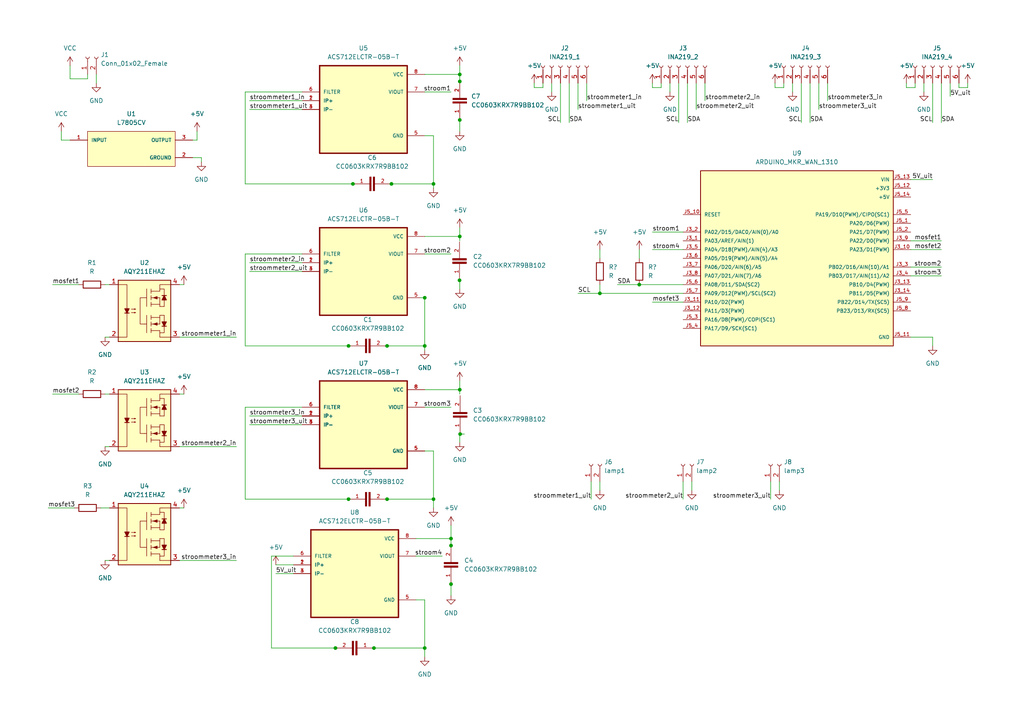
<source format=kicad_sch>
(kicad_sch (version 20211123) (generator eeschema)
  (paper "A4")
  (lib_symbols
    (symbol "ACS712ELCTR-05B-T:ACS712ELCTR-05B-T" (pin_names (offset 1.016))
      (property "Reference" "U" (at -12.7 13.7 0))
      (property "Value" "ACS712ELCTR-05B-T" (at -12.7 -16.7 0))
      (symbol "ACS712ELCTR-05B-T_0_0"
        (rectangle (start -12.7 -12.7) (end 12.7 12.7) (stroke (width 0.41)) (fill (type background)))
        (pin input line (at -17.78 2.54 0) (length 5.08) (name "IP+") (number "1"))
        (pin input line (at -17.78 2.54 0) (length 5.08) (name "IP+") (number "2"))
        (pin input line (at -17.78 0 0) (length 5.08) (name "IP-") (number "3"))
        (pin input line (at -17.78 0 0) (length 5.08) (name "IP-") (number "4"))
        (pin power_in line (at 17.78 -7.62 180) (length 5.08) (name "GND") (number "5"))
        (pin input line (at -17.78 5.08 0) (length 5.08) (name "FILTER") (number "6"))
        (pin output line (at 17.78 5.08 180) (length 5.08) (name "VIOUT") (number "7"))
        (pin power_in line (at 17.78 10.16 180) (length 5.08) (name "VCC") (number "8"))
      )
    )
    (symbol "ARDUINO_MKR_WAN_1310:ARDUINO_MKR_WAN_1310" (pin_names (offset 1.016))
      (property "Reference" "U" (at -27.94 27.94 0))
      (property "Value" "ARDUINO_MKR_WAN_1310" (at -27.94 -27.94 0))
      (symbol "ARDUINO_MKR_WAN_1310_0_0"
        (rectangle (start -27.94 -25.4) (end 27.94 25.4) (stroke (width 0.254)) (fill (type background)))
        (pin bidirectional line (at -33.02 5.08 0) (length 5.08) (name "PA03/AREF/AIN(1)") (number "J3_1"))
        (pin bidirectional line (at 33.02 2.54 180) (length 5.08) (name "PA23/D1(PWM)") (number "J3_10"))
        (pin bidirectional line (at -33.02 -12.7 0) (length 5.08) (name "PA10/D2(PWM)") (number "J3_11"))
        (pin bidirectional line (at -33.02 -15.24 0) (length 5.08) (name "PA11/D3(PWM)") (number "J3_12"))
        (pin bidirectional line (at 33.02 -7.62 180) (length 5.08) (name "PB10/D4(PWM)") (number "J3_13"))
        (pin bidirectional line (at 33.02 -10.16 180) (length 5.08) (name "PB11/D5(PWM)") (number "J3_14"))
        (pin bidirectional line (at -33.02 7.62 0) (length 5.08) (name "PA02/D15/DAC0/AIN(0)/A0") (number "J3_2"))
        (pin bidirectional line (at 33.02 -2.54 180) (length 5.08) (name "PB02/D16/AIN(10)/A1") (number "J3_3"))
        (pin bidirectional line (at 33.02 -5.08 180) (length 5.08) (name "PB03/D17/AIN(11)/A2") (number "J3_4"))
        (pin bidirectional line (at -33.02 2.54 0) (length 5.08) (name "PA04/D18(PWM)/AIN(4)/A3") (number "J3_5"))
        (pin bidirectional line (at -33.02 0 0) (length 5.08) (name "PA05/D19(PWM)/AIN(5)/A4") (number "J3_6"))
        (pin bidirectional line (at -33.02 -2.54 0) (length 5.08) (name "PA06/D20/AIN(6)/A5") (number "J3_7"))
        (pin bidirectional line (at -33.02 -5.08 0) (length 5.08) (name "PA07/D21/AIN(7)/A6") (number "J3_8"))
        (pin bidirectional line (at 33.02 5.08 180) (length 5.08) (name "PA22/D0(PWM)") (number "J3_9"))
        (pin bidirectional line (at 33.02 10.16 180) (length 5.08) (name "PA20/D6(PWM)") (number "J5_1"))
        (pin input line (at -33.02 12.7 0) (length 5.08) (name "RESET") (number "J5_10"))
        (pin power_in line (at 33.02 -22.86 180) (length 5.08) (name "GND") (number "J5_11"))
        (pin power_in line (at 33.02 20.32 180) (length 5.08) (name "+3V3") (number "J5_12"))
        (pin power_in line (at 33.02 22.86 180) (length 5.08) (name "VIN") (number "J5_13"))
        (pin power_in line (at 33.02 17.78 180) (length 5.08) (name "+5V") (number "J5_14"))
        (pin bidirectional line (at 33.02 7.62 180) (length 5.08) (name "PA21/D7(PWM)") (number "J5_2"))
        (pin bidirectional line (at -33.02 -17.78 0) (length 5.08) (name "PA16/D8(PWM)/COPI(SC1)") (number "J5_3"))
        (pin bidirectional line (at -33.02 -20.32 0) (length 5.08) (name "PA17/D9/SCK(SC1)") (number "J5_4"))
        (pin bidirectional line (at 33.02 12.7 180) (length 5.08) (name "PA19/D10(PWM)/CIPO(SC1)") (number "J5_5"))
        (pin bidirectional line (at -33.02 -7.62 0) (length 5.08) (name "PA08/D11/SDA(SC2)") (number "J5_6"))
        (pin bidirectional line (at -33.02 -10.16 0) (length 5.08) (name "PA09/D12(PWM)/SCL(SC2)") (number "J5_7"))
        (pin bidirectional line (at 33.02 -15.24 180) (length 5.08) (name "PB23/D13/RX(SC5)") (number "J5_8"))
        (pin bidirectional line (at 33.02 -12.7 180) (length 5.08) (name "PB22/D14/TX(SC5)") (number "J5_9"))
      )
    )
    (symbol "CC0603KRX7R9BB102:CC0603KRX7R9BB102" (pin_names (offset 1.016))
      (property "Reference" "C" (at -4.0677 2.2881 0))
      (property "Value" "CC0603KRX7R9BB102" (at -4.0695 -4.0695 0))
      (symbol "CC0603KRX7R9BB102_0_0"
        (rectangle (start -0.7634 -2.0334) (end -0.2551 2.0331) (stroke (width 0.1)) (fill (type outline)))
        (rectangle (start 0.2539 -2.0321) (end 0.762 2.032) (stroke (width 0.1)) (fill (type outline)))
        (pin passive line (at -5.588 0 0) (length 5.08) (name "~") (number "1"))
        (pin passive line (at 5.588 0 180) (length 5.08) (name "~") (number "2"))
      )
    )
    (symbol "Connector:Conn_01x02_Female" (pin_names (offset 1.016) hide)
      (property "Reference" "J" (at 0 2.54 0))
      (property "Value" "Conn_01x02_Female" (at 0 -5.08 0))
      (symbol "Conn_01x02_Female_1_1"
        (arc (start 0 -2.032) (mid -0.508 -2.54) (end 0 -3.048) (stroke (width 0.1524)))
        (polyline (pts (xy -1.27 -2.54) (xy -0.508 -2.54)) (stroke (width 0.1524)))
        (polyline (pts (xy -1.27 0) (xy -0.508 0)) (stroke (width 0.1524)))
        (arc (start 0 0.508) (mid -0.508 0) (end 0 -0.508) (stroke (width 0.1524)))
        (pin passive line (at -5.08 0 0) (length 3.81) (name "Pin_1") (number "1"))
        (pin passive line (at -5.08 -2.54 0) (length 3.81) (name "Pin_2") (number "2"))
      )
    )
    (symbol "Connector:Conn_01x06_Female" (pin_names (offset 1.016) hide)
      (property "Reference" "J" (at 0 7.62 0))
      (property "Value" "Conn_01x06_Female" (at 0 -10.16 0))
      (symbol "Conn_01x06_Female_1_1"
        (arc (start 0 -7.112) (mid -0.508 -7.62) (end 0 -8.128) (stroke (width 0.1524)))
        (arc (start 0 -4.572) (mid -0.508 -5.08) (end 0 -5.588) (stroke (width 0.1524)))
        (arc (start 0 -2.032) (mid -0.508 -2.54) (end 0 -3.048) (stroke (width 0.1524)))
        (polyline (pts (xy -1.27 -7.62) (xy -0.508 -7.62)) (stroke (width 0.1524)))
        (polyline (pts (xy -1.27 -5.08) (xy -0.508 -5.08)) (stroke (width 0.1524)))
        (polyline (pts (xy -1.27 -2.54) (xy -0.508 -2.54)) (stroke (width 0.1524)))
        (polyline (pts (xy -1.27 0) (xy -0.508 0)) (stroke (width 0.1524)))
        (polyline (pts (xy -1.27 2.54) (xy -0.508 2.54)) (stroke (width 0.1524)))
        (polyline (pts (xy -1.27 5.08) (xy -0.508 5.08)) (stroke (width 0.1524)))
        (arc (start 0 0.508) (mid -0.508 0) (end 0 -0.508) (stroke (width 0.1524)))
        (arc (start 0 3.048) (mid -0.508 2.54) (end 0 2.032) (stroke (width 0.1524)))
        (arc (start 0 5.588) (mid -0.508 5.08) (end 0 4.572) (stroke (width 0.1524)))
        (pin passive line (at -5.08 5.08 0) (length 3.81) (name "Pin_1") (number "1"))
        (pin passive line (at -5.08 2.54 0) (length 3.81) (name "Pin_2") (number "2"))
        (pin passive line (at -5.08 0 0) (length 3.81) (name "Pin_3") (number "3"))
        (pin passive line (at -5.08 -2.54 0) (length 3.81) (name "Pin_4") (number "4"))
        (pin passive line (at -5.08 -5.08 0) (length 3.81) (name "Pin_5") (number "5"))
        (pin passive line (at -5.08 -7.62 0) (length 3.81) (name "Pin_6") (number "6"))
      )
    )
    (symbol "Device:R" (pin_numbers hide) (pin_names (offset 0))
      (property "Reference" "R" (at 2.032 0 90))
      (property "Value" "R" (at 0 0 90))
      (symbol "R_0_1"
        (rectangle (start -1.016 -2.54) (end 1.016 2.54) (stroke (width 0.254)))
      )
      (symbol "R_1_1"
        (pin passive line (at 0 3.81 270) (length 1.27) (name "~") (number "1"))
        (pin passive line (at 0 -3.81 90) (length 1.27) (name "~") (number "2"))
      )
    )
    (symbol "L7805CV:L7805CV" (pin_names (offset 1.016))
      (property "Reference" "U" (at -12.7 5.842 0))
      (property "Value" "L7805CV" (at -12.7 -7.62 0))
      (symbol "L7805CV_0_0"
        (rectangle (start -12.7 -5.08) (end 12.7 5.08) (stroke (width 0.1524)) (fill (type background)))
        (pin input line (at -17.78 2.54 0) (length 5.08) (name "INPUT") (number "1"))
        (pin power_in line (at 17.78 -2.54 180) (length 5.08) (name "GROUND") (number "2"))
        (pin output line (at 17.78 2.54 180) (length 5.08) (name "OUTPUT") (number "3"))
      )
    )
    (symbol "PoAB_Lib2:AQY211EHAZ" (pin_names hide)
      (property "Reference" "U" (at 0 12.7 0))
      (property "Value" "AQY211EHAZ" (at 0 10.16 0))
      (symbol "AQY211EHAZ_0_1"
        (rectangle (start -7.62 8.89) (end 7.62 -8.89) (stroke (width 0.254)) (fill (type background)))
        (polyline (pts (xy -5.715 -0.635) (xy -4.445 -0.635)) (stroke (width 0.254)))
        (polyline (pts (xy 0 -3.81) (xy 0.635 -3.81)))
        (polyline (pts (xy 0.635 -6.35) (xy 0.635 -1.27)))
        (polyline (pts (xy 0.635 6.35) (xy 0.635 1.27)))
        (polyline (pts (xy 1.905 -5.08) (xy 1.905 -6.35)))
        (polyline (pts (xy 1.905 -4.445) (xy 1.905 -3.175)))
        (polyline (pts (xy 1.905 -3.81) (xy 1.905 -3.81)))
        (polyline (pts (xy 1.905 -2.54) (xy 1.905 -1.27)))
        (polyline (pts (xy 1.905 2.54) (xy 1.905 1.27)))
        (polyline (pts (xy 1.905 3.81) (xy 1.905 3.81)))
        (polyline (pts (xy 1.905 4.445) (xy 1.905 3.175)))
        (polyline (pts (xy 1.905 5.08) (xy 1.905 6.35)))
        (polyline (pts (xy 4.445 -7.62) (xy 7.62 -7.62)))
        (polyline (pts (xy 4.445 -5.715) (xy 1.905 -5.715)))
        (polyline (pts (xy 4.445 -5.715) (xy 4.445 -7.62)))
        (polyline (pts (xy 4.445 -3.81) (xy 1.905 -3.81)))
        (polyline (pts (xy 4.445 -3.81) (xy 4.445 -1.905)))
        (polyline (pts (xy 4.445 -1.905) (xy 1.905 -1.905)))
        (polyline (pts (xy 4.445 -1.905) (xy 4.445 -1.27)))
        (polyline (pts (xy 4.445 -1.27) (xy 5.715 -1.27)))
        (polyline (pts (xy 4.445 1.27) (xy 5.715 1.27)))
        (polyline (pts (xy 4.445 1.905) (xy 1.905 1.905)))
        (polyline (pts (xy 4.445 1.905) (xy 4.445 1.27)))
        (polyline (pts (xy 4.445 3.81) (xy 1.905 3.81)))
        (polyline (pts (xy 4.445 3.81) (xy 4.445 1.905)))
        (polyline (pts (xy 4.445 5.715) (xy 1.905 5.715)))
        (polyline (pts (xy 5.08 4.445) (xy 6.35 4.445)) (stroke (width 0.254)))
        (polyline (pts (xy 5.715 -1.27) (xy 5.715 -3.175)))
        (polyline (pts (xy 5.715 1.27) (xy 5.715 3.175)))
        (polyline (pts (xy 6.35 -4.445) (xy 5.08 -4.445)) (stroke (width 0.254)))
        (polyline (pts (xy 7.62 7.62) (xy 5.08 7.62)))
        (polyline (pts (xy 5.08 7.62) (xy 4.445 7.62) (xy 4.445 5.715)))
        (polyline (pts (xy 5.715 -4.445) (xy 5.715 -6.35) (xy 4.445 -6.35)))
        (polyline (pts (xy 5.715 4.445) (xy 5.715 6.35) (xy 4.445 6.35)))
        (polyline (pts (xy -7.62 7.62) (xy -5.08 7.62) (xy -5.08 -7.62) (xy -7.62 -7.62)))
        (polyline (pts (xy -5.08 -0.635) (xy -5.715 0.635) (xy -4.445 0.635) (xy -5.08 -0.635)) (stroke (width 0.254)) (fill (type outline)))
        (polyline (pts (xy 0 -3.81) (xy -1.27 -3.81) (xy -1.27 3.81) (xy 0.635 3.81)))
        (polyline (pts (xy 2.54 -3.81) (xy 3.683 -3.429) (xy 3.683 -4.191) (xy 2.54 -3.81)) (fill (type outline)))
        (polyline (pts (xy 2.54 3.81) (xy 3.683 3.429) (xy 3.683 4.191) (xy 2.54 3.81)) (fill (type outline)))
        (polyline (pts (xy 5.715 -4.445) (xy 5.08 -3.175) (xy 6.35 -3.175) (xy 5.715 -4.445)) (stroke (width 0.254)) (fill (type outline)))
        (polyline (pts (xy 5.715 4.445) (xy 6.35 3.175) (xy 5.08 3.175) (xy 5.715 4.445)) (stroke (width 0.254)) (fill (type outline)))
        (polyline (pts (xy -3.81 -0.508) (xy -2.54 -0.508) (xy -2.921 -0.635) (xy -2.921 -0.381) (xy -2.54 -0.508)))
        (polyline (pts (xy -3.81 0.508) (xy -2.54 0.508) (xy -2.921 0.381) (xy -2.921 0.635) (xy -2.54 0.508)))
        (rectangle (start 0.635 6.35) (end 0.635 6.35))
      )
      (symbol "AQY211EHAZ_1_1"
        (pin input line (at -10.16 7.62 0) (length 2.54) (name "A") (number "1"))
        (pin output line (at -10.16 -7.62 0) (length 2.54) (name "C") (number "2"))
        (pin bidirectional line (at 10.16 -7.62 180) (length 2.54) (name "VEE") (number "3"))
        (pin bidirectional line (at 10.16 7.62 180) (length 2.54) (name "VCC") (number "4"))
      )
    )
    (symbol "power:+5V" (power) (pin_names (offset 0))
      (property "Value" "+5V" (at 0 3.556 0))
      (symbol "+5V_0_1"
        (polyline (pts (xy -0.762 1.27) (xy 0 2.54)))
        (polyline (pts (xy 0 0) (xy 0 2.54)))
        (polyline (pts (xy 0 2.54) (xy 0.762 1.27)))
      )
      (symbol "+5V_1_1"
        (pin power_in line (at 0 0 90) (length 0) hide (name "+5V") (number "1"))
      )
    )
    (symbol "power:GND" (power) (pin_names (offset 0))
      (property "Value" "GND" (at 0 -3.81 0))
      (symbol "GND_0_1"
        (polyline (pts (xy 0 0) (xy 0 -1.27) (xy 1.27 -1.27) (xy 0 -2.54) (xy -1.27 -1.27) (xy 0 -1.27)))
      )
      (symbol "GND_1_1"
        (pin power_in line (at 0 0 270) (length 0) hide (name "GND") (number "1"))
      )
    )
    (symbol "power:VCC" (power) (pin_names (offset 0))
      (property "Value" "VCC" (at 0 3.81 0))
      (symbol "VCC_0_1"
        (polyline (pts (xy -0.762 1.27) (xy 0 2.54)))
        (polyline (pts (xy 0 0) (xy 0 2.54)))
        (polyline (pts (xy 0 2.54) (xy 0.762 1.27)))
      )
      (symbol "VCC_1_1"
        (pin power_in line (at 0 0 90) (length 0) hide (name "VCC") (number "1"))
      )
    )
  )
  (junction (at 101.092 144.78))
  (junction (at 130.81 169.418))
  (junction (at 173.99 85.09))
  (junction (at 133.4548 125.9011))
  (junction (at 123.19 86.36))
  (junction (at 133.35 34.798))
  (junction (at 185.42 82.55))
  (junction (at 125.73 53.34))
  (junction (at 101.092 100.33))
  (junction (at 102.362 53.34))
  (junction (at 130.81 158.242))
  (junction (at 133.35 113.03))
  (junction (at 113.538 53.34))
  (junction (at 123.19 187.96))
  (junction (at 112.268 100.33))
  (junction (at 112.268 144.78))
  (junction (at 108.458 187.96))
  (junction (at 133.2784 81.3006))
  (junction (at 123.19 100.33))
  (junction (at 133.35 68.58))
  (junction (at 133.35 21.59))
  (junction (at 133.35 23.622))
  (junction (at 125.73 144.78))
  (junction (at 130.81 156.21))
  (junction (at 97.282 187.96))
  (wire (pts (xy 133.35 19.05) (xy 133.35 21.59)))
  (wire (pts (xy 133.35 114.3) (xy 133.35 113.03)))
  (wire (pts (xy 196.85 24.13) (xy 196.85 35.56)))
  (wire (pts (xy 71.12 26.67) (xy 87.63 26.67)))
  (wire (pts (xy 133.35 110.49) (xy 133.35 113.03)))
  (wire (pts (xy 189.23 72.39) (xy 198.12 72.39)))
  (wire (pts (xy 125.73 39.37) (xy 123.19 39.37)))
  (wire (pts (xy 108.458 187.96) (xy 123.19 187.96)))
  (wire (pts (xy 133.35 69.85) (xy 133.35 68.58)))
  (wire (pts (xy 29.21 147.32) (xy 31.75 147.32)))
  (wire (pts (xy 173.99 142.24) (xy 173.99 139.7)))
  (wire (pts (xy 232.41 24.13) (xy 232.41 35.56)))
  (wire (pts (xy 189.23 24.13) (xy 189.23 25.4)))
  (wire (pts (xy 123.19 113.03) (xy 133.35 113.03)))
  (wire (pts (xy 154.94 24.13) (xy 154.94 25.4)))
  (wire (pts (xy 191.77 24.13) (xy 191.77 25.4)))
  (wire (pts (xy 173.99 85.09) (xy 198.12 85.09)))
  (wire (pts (xy 273.05 80.01) (xy 264.16 80.01)))
  (wire (pts (xy 30.48 114.3) (xy 31.75 114.3)))
  (wire (pts (xy 15.24 82.55) (xy 22.86 82.55)))
  (wire (pts (xy 72.39 29.21) (xy 87.63 29.21)))
  (wire (pts (xy 165.1 24.13) (xy 165.1 35.56)))
  (wire (pts (xy 130.81 152.4) (xy 130.81 156.21)))
  (wire (pts (xy 80.01 163.83) (xy 85.09 163.83)))
  (wire (pts (xy 30.48 82.55) (xy 31.75 82.55)))
  (wire (pts (xy 130.81 73.66) (xy 123.19 73.66)))
  (wire (pts (xy 264.16 52.07) (xy 270.51 52.07)))
  (wire (pts (xy 130.81 156.21) (xy 120.65 156.21)))
  (wire (pts (xy 53.34 114.3) (xy 52.07 114.3)))
  (wire (pts (xy 20.32 22.86) (xy 25.4 22.86)))
  (wire (pts (xy 25.4 21.59) (xy 25.4 22.86)))
  (wire (pts (xy 130.81 168.91) (xy 130.81 169.418)))
  (wire (pts (xy 133.35 66.04) (xy 133.35 68.58)))
  (wire (pts (xy 68.58 162.56) (xy 52.07 162.56)))
  (wire (pts (xy 53.34 82.55) (xy 52.07 82.55)))
  (wire (pts (xy 162.56 24.13) (xy 162.56 35.56)))
  (wire (pts (xy 30.48 97.79) (xy 31.75 97.79)))
  (wire (pts (xy 125.73 53.34) (xy 125.73 54.61)))
  (wire (pts (xy 125.73 53.34) (xy 125.73 39.37)))
  (wire (pts (xy 113.538 53.34) (xy 125.73 53.34)))
  (wire (pts (xy 273.05 24.13) (xy 273.05 35.56)))
  (wire (pts (xy 17.78 40.64) (xy 20.32 40.64)))
  (wire (pts (xy 130.81 118.11) (xy 123.19 118.11)))
  (wire (pts (xy 111.76 144.78) (xy 112.268 144.78)))
  (wire (pts (xy 173.99 82.55) (xy 173.99 85.09)))
  (wire (pts (xy 133.35 21.59) (xy 133.35 23.622)))
  (wire (pts (xy 226.06 142.24) (xy 226.06 139.7)))
  (wire (pts (xy 280.67 24.13) (xy 280.67 25.4)))
  (wire (pts (xy 102.87 53.34) (xy 102.362 53.34)))
  (wire (pts (xy 128.27 161.29) (xy 120.65 161.29)))
  (wire (pts (xy 179.07 82.55) (xy 185.42 82.55)))
  (wire (pts (xy 267.97 24.13) (xy 267.97 26.67)))
  (wire (pts (xy 133.35 34.798) (xy 133.35 38.1)))
  (wire (pts (xy 227.33 24.13) (xy 227.33 25.4)))
  (wire (pts (xy 15.24 114.3) (xy 22.86 114.3)))
  (wire (pts (xy 123.19 100.33) (xy 123.19 101.6)))
  (wire (pts (xy 194.31 24.13) (xy 194.31 26.67)))
  (wire (pts (xy 55.88 45.72) (xy 58.42 45.72)))
  (wire (pts (xy 68.58 97.79) (xy 52.07 97.79)))
  (wire (pts (xy 55.88 40.64) (xy 57.15 40.64)))
  (wire (pts (xy 71.12 144.78) (xy 71.12 118.11)))
  (wire (pts (xy 154.94 25.4) (xy 157.48 25.4)))
  (wire (pts (xy 199.39 24.13) (xy 199.39 35.56)))
  (wire (pts (xy 173.99 72.39) (xy 173.99 74.93)))
  (wire (pts (xy 167.64 85.09) (xy 173.99 85.09)))
  (wire (pts (xy 170.18 29.21) (xy 170.18 24.13)))
  (wire (pts (xy 160.02 24.13) (xy 160.02 26.67)))
  (wire (pts (xy 130.81 26.67) (xy 123.19 26.67)))
  (wire (pts (xy 273.05 72.39) (xy 264.16 72.39)))
  (wire (pts (xy 113.03 53.34) (xy 113.538 53.34)))
  (wire (pts (xy 133.35 34.29) (xy 133.35 34.798)))
  (wire (pts (xy 102.362 53.34) (xy 71.12 53.34)))
  (wire (pts (xy 78.74 187.96) (xy 78.74 161.29)))
  (wire (pts (xy 189.23 25.4) (xy 191.77 25.4)))
  (wire (pts (xy 71.12 118.11) (xy 87.63 118.11)))
  (wire (pts (xy 72.39 76.2) (xy 87.63 76.2)))
  (wire (pts (xy 78.74 161.29) (xy 85.09 161.29)))
  (wire (pts (xy 229.87 24.13) (xy 229.87 26.67)))
  (wire (pts (xy 185.42 72.39) (xy 185.42 74.93)))
  (wire (pts (xy 273.05 69.85) (xy 264.16 69.85)))
  (wire (pts (xy 123.19 86.36) (xy 123.19 100.33)))
  (wire (pts (xy 72.39 31.75) (xy 87.63 31.75)))
  (wire (pts (xy 20.32 19.05) (xy 20.32 22.86)))
  (wire (pts (xy 133.4548 125.9011) (xy 134.7248 125.9011)))
  (wire (pts (xy 57.15 38.1) (xy 57.15 40.64)))
  (wire (pts (xy 130.81 169.418) (xy 130.81 172.72)))
  (wire (pts (xy 224.79 24.13) (xy 224.79 25.4)))
  (wire (pts (xy 72.39 78.74) (xy 87.63 78.74)))
  (wire (pts (xy 111.76 100.33) (xy 112.268 100.33)))
  (wire (pts (xy 97.79 187.96) (xy 97.282 187.96)))
  (wire (pts (xy 71.12 100.33) (xy 71.12 73.66)))
  (wire (pts (xy 30.48 129.54) (xy 31.75 129.54)))
  (wire (pts (xy 53.34 147.32) (xy 52.07 147.32)))
  (wire (pts (xy 97.282 187.96) (xy 78.74 187.96)))
  (wire (pts (xy 167.64 31.75) (xy 167.64 24.13)))
  (wire (pts (xy 273.05 77.47) (xy 264.16 77.47)))
  (wire (pts (xy 123.19 187.96) (xy 123.19 190.5)))
  (wire (pts (xy 198.12 144.78) (xy 198.12 139.7)))
  (wire (pts (xy 264.16 97.79) (xy 270.51 97.79)))
  (wire (pts (xy 189.23 67.31) (xy 198.12 67.31)))
  (wire (pts (xy 72.39 120.65) (xy 87.63 120.65)))
  (wire (pts (xy 80.01 166.37) (xy 85.09 166.37)))
  (wire (pts (xy 270.51 100.33) (xy 270.51 97.79)))
  (wire (pts (xy 275.59 27.94) (xy 275.59 24.13)))
  (wire (pts (xy 237.49 31.75) (xy 237.49 24.13)))
  (wire (pts (xy 223.52 144.78) (xy 223.52 139.7)))
  (wire (pts (xy 201.93 31.75) (xy 201.93 24.13)))
  (wire (pts (xy 17.78 38.1) (xy 17.78 40.64)))
  (wire (pts (xy 240.03 29.21) (xy 240.03 24.13)))
  (wire (pts (xy 262.89 24.13) (xy 262.89 25.4)))
  (wire (pts (xy 101.6 144.78) (xy 101.092 144.78)))
  (wire (pts (xy 107.95 187.96) (xy 108.458 187.96)))
  (wire (pts (xy 101.092 100.33) (xy 71.12 100.33)))
  (wire (pts (xy 125.73 130.81) (xy 123.19 130.81)))
  (wire (pts (xy 185.42 82.55) (xy 198.12 82.55)))
  (wire (pts (xy 71.12 53.34) (xy 71.12 26.67)))
  (wire (pts (xy 30.48 162.56) (xy 31.75 162.56)))
  (wire (pts (xy 130.81 158.242) (xy 130.81 156.21)))
  (wire (pts (xy 204.47 29.21) (xy 204.47 24.13)))
  (wire (pts (xy 265.43 24.13) (xy 265.43 25.4)))
  (wire (pts (xy 234.95 24.13) (xy 234.95 35.56)))
  (wire (pts (xy 72.39 123.19) (xy 87.63 123.19)))
  (wire (pts (xy 125.73 130.81) (xy 125.73 144.78)))
  (wire (pts (xy 71.12 73.66) (xy 87.63 73.66)))
  (wire (pts (xy 13.97 147.32) (xy 21.59 147.32)))
  (wire (pts (xy 123.19 68.58) (xy 133.35 68.58)))
  (wire (pts (xy 200.66 142.24) (xy 200.66 139.7)))
  (wire (pts (xy 133.35 21.59) (xy 123.19 21.59)))
  (wire (pts (xy 101.6 100.33) (xy 101.092 100.33)))
  (wire (pts (xy 133.35 125.73) (xy 133.35 128.27)))
  (wire (pts (xy 123.19 173.99) (xy 120.65 173.99)))
  (wire (pts (xy 112.268 144.78) (xy 125.73 144.78)))
  (wire (pts (xy 133.35 81.28) (xy 133.35 83.82)))
  (wire (pts (xy 278.13 24.13) (xy 278.13 25.4)))
  (wire (pts (xy 125.73 144.78) (xy 125.73 147.32)))
  (wire (pts (xy 68.58 129.54) (xy 52.07 129.54)))
  (wire (pts (xy 270.51 24.13) (xy 270.51 35.56)))
  (wire (pts (xy 121.92 86.36) (xy 123.19 86.36)))
  (wire (pts (xy 157.48 24.13) (xy 157.48 25.4)))
  (wire (pts (xy 224.79 25.4) (xy 227.33 25.4)))
  (wire (pts (xy 133.35 23.622) (xy 133.35 24.13)))
  (wire (pts (xy 130.81 158.75) (xy 130.81 158.242)))
  (wire (pts (xy 278.13 25.4) (xy 280.67 25.4)))
  (wire (pts (xy 112.268 100.33) (xy 123.19 100.33)))
  (wire (pts (xy 123.19 173.99) (xy 123.19 187.96)))
  (wire (pts (xy 189.23 87.63) (xy 198.12 87.63)))
  (wire (pts (xy 262.89 25.4) (xy 265.43 25.4)))
  (wire (pts (xy 171.45 144.78) (xy 171.45 139.7)))
  (wire (pts (xy 58.42 45.72) (xy 58.42 46.99)))
  (wire (pts (xy 27.94 21.59) (xy 27.94 24.13)))
  (wire (pts (xy 101.092 144.78) (xy 71.12 144.78)))
  (label "stroommeter3_in" (at 72.39 120.65 0))
  (label "SDA" (at 234.95 35.56 0))
  (label "stroommeter1_uit" (at 171.45 144.78 180))
  (label "SCL" (at 162.56 35.56 180))
  (label "stroommeter3_uit" (at 72.39 123.19 0))
  (label "stroommeter1_uit" (at 167.64 31.75 0))
  (label "stroommeter2_in" (at 72.39 76.2 0))
  (label "SCL" (at 232.41 35.56 180))
  (label "mosfet2" (at 15.24 114.3 0))
  (label "SCL" (at 196.85 35.56 180))
  (label "stroommeter3_in" (at 240.03 29.21 0))
  (label "SCL" (at 270.51 35.56 180))
  (label "stroommeter3_in" (at 68.58 162.56 180))
  (label "mosfet1" (at 273.05 69.85 180))
  (label "stroom1" (at 130.81 26.67 180))
  (label "5V_uit" (at 80.01 166.37 0))
  (label "stroommeter3_uit" (at 223.52 144.78 180))
  (label "stroom3" (at 273.05 80.01 180))
  (label "stroommeter1_in" (at 72.39 29.21 0))
  (label "stroom3" (at 130.81 118.11 180))
  (label "stroommeter1_in" (at 68.58 97.79 180))
  (label "stroom1" (at 189.23 67.31 0))
  (label "stroommeter2_uit" (at 72.39 78.74 0))
  (label "stroom2" (at 273.05 77.47 180))
  (label "stroommeter1_uit" (at 72.39 31.75 0))
  (label "mosfet3" (at 13.97 147.32 0))
  (label "stroom4" (at 189.23 72.39 0))
  (label "5V_uit" (at 270.51 52.07 180))
  (label "stroom2" (at 130.81 73.66 180))
  (label "SDA" (at 273.05 35.56 0))
  (label "mosfet1" (at 15.24 82.55 0))
  (label "stroommeter3_uit" (at 237.49 31.75 0))
  (label "SCL" (at 167.64 85.09 0))
  (label "stroommeter1_in" (at 170.18 29.21 0))
  (label "stroommeter2_uit" (at 201.93 31.75 0))
  (label "stroommeter2_uit" (at 198.12 144.78 180))
  (label "mosfet2" (at 273.05 72.39 180))
  (label "stroommeter2_in" (at 68.58 129.54 180))
  (label "stroom4" (at 128.27 161.29 180))
  (label "SDA" (at 165.1 35.56 0))
  (label "SDA" (at 199.39 35.56 0))
  (label "5V_uit" (at 275.59 27.94 0))
  (label "SDA" (at 179.07 82.55 0))
  (label "stroommeter2_in" (at 204.47 29.21 0))
  (label "mosfet3" (at 189.23 87.63 0))
  (symbol (lib_id "power:+5V") (at 133.35 19.05 0) (unit 1)
    (property "Reference" "#PWR023" (effects hide))
    (property "Value" "+5V" (at 133.35 13.97 0))
  )
  (symbol (lib_id "Device:R") (at 26.67 82.55 90) (unit 1)
    (property "Reference" "R1" (at 26.67 76.2 90))
    (property "Value" "R" (at 26.67 78.74 90))
  )
  (symbol (lib_id "power:GND") (at 123.19 101.6 0) (unit 1)
    (property "Reference" "#PWR020" (effects hide))
    (property "Value" "GND" (at 123.19 106.68 0))
  )
  (symbol (lib_id "Device:R") (at 173.99 78.74 180) (unit 1)
    (property "Reference" "R?" (at 176.53 77.4699 0) (effects (justify right)))
    (property "Value" "R" (at 176.53 80.0099 0) (effects (justify right)))
  )
  (symbol (lib_id "CC0603KRX7R9BB102:CC0603KRX7R9BB102") (at 102.87 187.96 180) (unit 1)
    (property "Reference" "C8" (at 102.8707 180.34 0))
    (property "Value" "CC0603KRX7R9BB102" (at 102.8707 182.88 0))
    (property "Footprint" "CAPC1608X90" (effects hide))
    (property "MANUFACTURER" "YAGEO" (effects hide))
  )
  (symbol (lib_id "power:GND") (at 270.51 100.33 0) (unit 1)
    (property "Reference" "#PWR039" (effects hide))
    (property "Value" "GND" (at 270.51 105.41 0))
  )
  (symbol (lib_id "power:GND") (at 125.73 147.32 0) (unit 1)
    (property "Reference" "#PWR022" (effects hide))
    (property "Value" "GND" (at 125.73 152.4 0))
  )
  (symbol (lib_id "Connector:Conn_01x06_Female") (at 162.56 19.05 90) (unit 1)
    (property "Reference" "J2" (at 163.83 13.97 90))
    (property "Value" "INA219_1" (at 163.83 16.51 90))
  )
  (symbol (lib_id "power:GND") (at 30.48 129.54 0) (unit 1)
    (property "Reference" "#PWR05" (effects hide))
    (property "Value" "GND" (at 30.48 134.62 0))
  )
  (symbol (lib_id "power:GND") (at 30.48 97.79 0) (unit 1)
    (property "Reference" "#PWR04" (effects hide))
    (property "Value" "GND" (at 30.48 102.87 0))
  )
  (symbol (lib_id "power:GND") (at 229.87 26.67 0) (unit 1)
    (property "Reference" "#PWR041" (effects hide))
    (property "Value" "GND" (at 229.87 31.75 0))
  )
  (symbol (lib_id "PoAB_Lib2:AQY211EHAZ") (at 41.91 154.94 0) (unit 1)
    (property "Reference" "U4" (at 41.91 140.97 0))
    (property "Value" "AQY211EHAZ" (at 41.91 143.51 0))
  )
  (symbol (lib_id "CC0603KRX7R9BB102:CC0603KRX7R9BB102") (at 130.81 163.83 90) (unit 1)
    (property "Reference" "C4" (at 134.62 162.5606 90) (effects (justify right)))
    (property "Value" "CC0603KRX7R9BB102" (at 134.62 165.1006 90) (effects (justify right)))
    (property "Footprint" "CAPC1608X90" (effects hide))
    (property "MANUFACTURER" "YAGEO" (effects hide))
  )
  (symbol (lib_id "power:+5V") (at 133.35 66.04 0) (unit 1)
    (property "Reference" "#PWR025" (effects hide))
    (property "Value" "+5V" (at 133.35 60.96 0))
  )
  (symbol (lib_id "power:+5V") (at 189.23 24.13 0) (unit 1)
    (property "Reference" "#PWR034" (effects hide))
    (property "Value" "+5V" (at 189.23 19.05 0))
  )
  (symbol (lib_id "PoAB_Lib2:AQY211EHAZ") (at 41.91 121.92 0) (unit 1)
    (property "Reference" "U3" (at 41.91 107.95 0))
    (property "Value" "AQY211EHAZ" (at 41.91 110.49 0))
  )
  (symbol (lib_id "Connector:Conn_01x06_Female") (at 270.51 19.05 90) (unit 1)
    (property "Reference" "J5" (at 271.78 13.97 90))
    (property "Value" "INA219_4" (at 271.78 16.51 90))
  )
  (symbol (lib_id "CC0603KRX7R9BB102:CC0603KRX7R9BB102") (at 106.68 100.33 0) (unit 1)
    (property "Reference" "C1" (at 106.6793 92.71 0))
    (property "Value" "CC0603KRX7R9BB102" (at 106.6793 95.25 0))
    (property "Footprint" "CAPC1608X90" (effects hide))
    (property "MANUFACTURER" "YAGEO" (effects hide))
  )
  (symbol (lib_id "power:GND") (at 130.81 172.72 0) (unit 1)
    (property "Reference" "#PWR019" (effects hide))
    (property "Value" "GND" (at 130.81 177.8 0))
  )
  (symbol (lib_id "power:GND") (at 173.99 142.24 0) (unit 1)
    (property "Reference" "#PWR029" (effects hide))
    (property "Value" "GND" (at 173.99 147.32 0))
  )
  (symbol (lib_id "Connector:Conn_01x02_Female") (at 198.12 134.62 90) (unit 1)
    (property "Reference" "J7" (at 201.93 133.9849 90) (effects (justify right)))
    (property "Value" "lamp2" (at 201.93 136.5249 90) (effects (justify right)))
  )
  (symbol (lib_id "power:+5V") (at 80.01 163.83 0) (unit 1)
    (property "Reference" "#PWR012" (effects hide))
    (property "Value" "+5V" (at 80.01 158.75 0))
  )
  (symbol (lib_id "ACS712ELCTR-05B-T:ACS712ELCTR-05B-T") (at 105.41 31.75 0) (unit 1)
    (property "Reference" "U5" (at 105.41 13.97 0))
    (property "Value" "ACS712ELCTR-05B-T" (at 105.41 16.51 0))
    (property "Footprint" "SOIC127P600X175-8N" (effects hide))
  )
  (symbol (lib_id "power:GND") (at 30.48 162.56 0) (unit 1)
    (property "Reference" "#PWR06" (effects hide))
    (property "Value" "GND" (at 30.48 167.64 0))
  )
  (symbol (lib_id "power:+5V") (at 130.81 152.4 0) (unit 1)
    (property "Reference" "#PWR018" (effects hide))
    (property "Value" "+5V" (at 130.81 147.32 0))
  )
  (symbol (lib_id "power:+5V") (at 280.67 24.13 0) (unit 1)
    (property "Reference" "#PWR046" (effects hide))
    (property "Value" "+5V" (at 280.67 19.05 0))
  )
  (symbol (lib_id "power:+5V") (at 185.42 72.39 0) (unit 1)
    (property "Reference" "#PWR?" (effects hide))
    (property "Value" "+5V" (at 185.42 67.31 0))
  )
  (symbol (lib_id "power:+5V") (at 53.34 82.55 0) (unit 1)
    (property "Reference" "#PWR07" (effects hide))
    (property "Value" "+5V" (at 53.34 77.47 0))
  )
  (symbol (lib_id "ACS712ELCTR-05B-T:ACS712ELCTR-05B-T") (at 102.87 166.37 0) (unit 1)
    (property "Reference" "U8" (at 102.87 148.59 0))
    (property "Value" "ACS712ELCTR-05B-T" (at 102.87 151.13 0))
    (property "Footprint" "SOIC127P600X175-8N" (effects hide))
  )
  (symbol (lib_id "CC0603KRX7R9BB102:CC0603KRX7R9BB102") (at 106.68 144.78 0) (unit 1)
    (property "Reference" "C5" (at 106.6793 137.16 0))
    (property "Value" "CC0603KRX7R9BB102" (at 106.6793 139.7 0))
    (property "Footprint" "CAPC1608X90" (effects hide))
    (property "MANUFACTURER" "YAGEO" (effects hide))
  )
  (symbol (lib_id "CC0603KRX7R9BB102:CC0603KRX7R9BB102") (at 107.95 53.34 0) (unit 1)
    (property "Reference" "C6" (at 107.9493 45.72 0))
    (property "Value" "CC0603KRX7R9BB102" (at 107.9493 48.26 0))
    (property "Footprint" "CAPC1608X90" (effects hide))
    (property "MANUFACTURER" "YAGEO" (effects hide))
  )
  (symbol (lib_id "power:GND") (at 58.42 46.99 0) (unit 1)
    (property "Reference" "#PWR011" (effects hide))
    (property "Value" "GND" (at 58.42 52.07 0))
  )
  (symbol (lib_id "ACS712ELCTR-05B-T:ACS712ELCTR-05B-T") (at 105.41 123.19 0) (unit 1)
    (property "Reference" "U7" (at 105.41 105.41 0))
    (property "Value" "ACS712ELCTR-05B-T" (at 105.41 107.95 0))
    (property "Footprint" "SOIC127P600X175-8N" (effects hide))
  )
  (symbol (lib_id "power:+5V") (at 173.99 72.39 0) (unit 1)
    (property "Reference" "#PWR?" (effects hide))
    (property "Value" "+5V" (at 173.99 67.31 0))
  )
  (symbol (lib_id "power:GND") (at 125.73 54.61 0) (unit 1)
    (property "Reference" "#PWR021" (effects hide))
    (property "Value" "GND" (at 125.73 59.69 0))
  )
  (symbol (lib_id "Device:R") (at 185.42 78.74 180) (unit 1)
    (property "Reference" "R?" (at 187.96 77.4699 0) (effects (justify right)))
    (property "Value" "R" (at 187.96 80.0099 0) (effects (justify right)))
  )
  (symbol (lib_id "power:GND") (at 133.35 83.82 0) (unit 1)
    (property "Reference" "#PWR026" (effects hide))
    (property "Value" "GND" (at 133.35 88.9 0))
  )
  (symbol (lib_id "ACS712ELCTR-05B-T:ACS712ELCTR-05B-T") (at 105.41 78.74 0) (unit 1)
    (property "Reference" "U6" (at 105.41 60.96 0))
    (property "Value" "ACS712ELCTR-05B-T" (at 105.41 63.5 0))
    (property "Footprint" "SOIC127P600X175-8N" (effects hide))
  )
  (symbol (lib_id "power:GND") (at 160.02 26.67 0) (unit 1)
    (property "Reference" "#PWR032" (effects hide))
    (property "Value" "GND" (at 160.02 31.75 0))
  )
  (symbol (lib_id "power:GND") (at 123.19 190.5 0) (unit 1)
    (property "Reference" "#PWR017" (effects hide))
    (property "Value" "GND" (at 123.19 195.58 0))
  )
  (symbol (lib_id "power:GND") (at 200.66 142.24 0) (unit 1)
    (property "Reference" "#PWR031" (effects hide))
    (property "Value" "GND" (at 200.66 147.32 0))
  )
  (symbol (lib_id "power:+5V") (at 57.15 38.1 0) (unit 1)
    (property "Reference" "#PWR010" (effects hide))
    (property "Value" "+5V" (at 57.15 33.02 0))
  )
  (symbol (lib_id "CC0603KRX7R9BB102:CC0603KRX7R9BB102") (at 133.4548 120.3131 90) (unit 1)
    (property "Reference" "C3" (at 137.16 119.0437 90) (effects (justify right)))
    (property "Value" "CC0603KRX7R9BB102" (at 137.16 121.5837 90) (effects (justify right)))
    (property "Footprint" "CAPC1608X90" (effects hide))
    (property "MANUFACTURER" "YAGEO" (effects hide))
  )
  (symbol (lib_id "power:GND") (at 267.97 26.67 0) (unit 1)
    (property "Reference" "#PWR044" (effects hide))
    (property "Value" "GND" (at 267.97 31.75 0))
  )
  (symbol (lib_id "power:+5V") (at 154.94 24.13 0) (unit 1)
    (property "Reference" "#PWR030" (effects hide))
    (property "Value" "+5V" (at 154.94 19.05 0))
  )
  (symbol (lib_id "Connector:Conn_01x02_Female") (at 25.4 16.51 90) (unit 1)
    (property "Reference" "J1" (at 29.21 15.8749 90) (effects (justify right)))
    (property "Value" "Conn_01x02_Female" (at 29.21 18.4149 90) (effects (justify right)))
  )
  (symbol (lib_id "Connector:Conn_01x02_Female") (at 171.45 134.62 90) (unit 1)
    (property "Reference" "J6" (at 175.26 133.9849 90) (effects (justify right)))
    (property "Value" "lamp1" (at 175.26 136.5249 90) (effects (justify right)))
  )
  (symbol (lib_id "CC0603KRX7R9BB102:CC0603KRX7R9BB102") (at 133.2784 75.7126 90) (unit 1)
    (property "Reference" "C2" (at 137.16 74.4432 90) (effects (justify right)))
    (property "Value" "CC0603KRX7R9BB102" (at 137.16 76.9832 90) (effects (justify right)))
    (property "Footprint" "CAPC1608X90" (effects hide))
    (property "MANUFACTURER" "YAGEO" (effects hide))
  )
  (symbol (lib_id "PoAB_Lib2:AQY211EHAZ") (at 41.91 90.17 0) (unit 1)
    (property "Reference" "U2" (at 41.91 76.2 0))
    (property "Value" "AQY211EHAZ" (at 41.91 78.74 0))
  )
  (symbol (lib_id "Device:R") (at 26.67 114.3 90) (unit 1)
    (property "Reference" "R2" (at 26.67 107.95 90))
    (property "Value" "R" (at 26.67 110.49 90))
  )
  (symbol (lib_id "Connector:Conn_01x06_Female") (at 232.41 19.05 90) (unit 1)
    (property "Reference" "J4" (at 233.68 13.97 90))
    (property "Value" "INA219_3" (at 233.68 16.51 90))
  )
  (symbol (lib_id "power:GND") (at 133.35 38.1 0) (unit 1)
    (property "Reference" "#PWR024" (effects hide))
    (property "Value" "GND" (at 133.35 43.18 0))
  )
  (symbol (lib_id "ARDUINO_MKR_WAN_1310:ARDUINO_MKR_WAN_1310") (at 231.14 74.93 0) (unit 1)
    (property "Reference" "U9" (at 231.14 44.45 0))
    (property "Value" "ARDUINO_MKR_WAN_1310" (at 231.14 46.99 0))
    (property "Footprint" "BOARD_ARDUINO_MKR_WAN_1310" (effects hide))
    (property "STANDARD" "Manufacturer Recommendations" (effects hide))
    (property "MAXIMUM_PACKAGE_HEIGHT" "1.90mm" (effects hide))
    (property "SNAPEDA_PN" "ARDUINO MKR WAN 1310" (effects hide))
    (property "MANUFACTURER" "Arduino" (effects hide))
    (property "PARTREV" "06/27/2019" (effects hide))
  )
  (symbol (lib_id "power:VCC") (at 20.32 19.05 0) (unit 1)
    (property "Reference" "#PWR02" (effects hide))
    (property "Value" "VCC" (at 20.32 13.97 0))
  )
  (symbol (lib_id "Connector:Conn_01x06_Female") (at 196.85 19.05 90) (unit 1)
    (property "Reference" "J3" (at 198.12 13.97 90))
    (property "Value" "INA219_2" (at 198.12 16.51 90))
  )
  (symbol (lib_id "L7805CV:L7805CV") (at 38.1 43.18 0) (unit 1)
    (property "Reference" "U1" (at 38.1 33.02 0))
    (property "Value" "L7805CV" (at 38.1 35.56 0))
    (property "Footprint" "TO255P1040X460X1968-3" (effects hide))
    (property "MANUFACTURER" "STMicroelectronics" (effects hide))
    (property "PARTREV" "36" (effects hide))
    (property "STANDARD" "IPC-7351B" (effects hide))
  )
  (symbol (lib_id "power:+5V") (at 53.34 114.3 0) (unit 1)
    (property "Reference" "#PWR08" (effects hide))
    (property "Value" "+5V" (at 53.34 109.22 0))
  )
  (symbol (lib_id "power:+5V") (at 224.79 24.13 0) (unit 1)
    (property "Reference" "#PWR040" (effects hide))
    (property "Value" "+5V" (at 224.79 19.05 0))
  )
  (symbol (lib_id "Device:R") (at 25.4 147.32 90) (unit 1)
    (property "Reference" "R3" (at 25.4 140.97 90))
    (property "Value" "R" (at 25.4 143.51 90))
  )
  (symbol (lib_id "Connector:Conn_01x02_Female") (at 223.52 134.62 90) (unit 1)
    (property "Reference" "J8" (at 227.33 133.9849 90) (effects (justify right)))
    (property "Value" "lamp3" (at 227.33 136.5249 90) (effects (justify right)))
  )
  (symbol (lib_id "power:GND") (at 133.35 128.27 0) (unit 1)
    (property "Reference" "#PWR028" (effects hide))
    (property "Value" "GND" (at 133.35 133.35 0))
  )
  (symbol (lib_id "power:+5V") (at 262.89 24.13 0) (unit 1)
    (property "Reference" "#PWR043" (effects hide))
    (property "Value" "+5V" (at 262.89 19.05 0))
  )
  (symbol (lib_id "power:VCC") (at 17.78 38.1 0) (unit 1)
    (property "Reference" "#PWR01" (effects hide))
    (property "Value" "VCC" (at 17.78 33.02 0))
  )
  (symbol (lib_id "power:GND") (at 27.94 24.13 0) (unit 1)
    (property "Reference" "#PWR03" (effects hide))
    (property "Value" "GND" (at 27.94 29.21 0))
  )
  (symbol (lib_id "power:GND") (at 194.31 26.67 0) (unit 1)
    (property "Reference" "#PWR035" (effects hide))
    (property "Value" "GND" (at 194.31 31.75 0))
  )
  (symbol (lib_id "power:+5V") (at 133.35 110.49 0) (unit 1)
    (property "Reference" "#PWR027" (effects hide))
    (property "Value" "+5V" (at 133.35 105.41 0))
  )
  (symbol (lib_id "CC0603KRX7R9BB102:CC0603KRX7R9BB102") (at 133.35 29.21 90) (unit 1)
    (property "Reference" "C7" (at 136.652 27.9406 90) (effects (justify right)))
    (property "Value" "CC0603KRX7R9BB102" (at 136.652 30.4806 90) (effects (justify right)))
    (property "Footprint" "CAPC1608X90" (effects hide))
    (property "MANUFACTURER" "YAGEO" (effects hide))
  )
  (symbol (lib_id "power:GND") (at 226.06 142.24 0) (unit 1)
    (property "Reference" "#PWR036" (effects hide))
    (property "Value" "GND" (at 226.06 147.32 0))
  )
  (symbol (lib_id "power:+5V") (at 53.34 147.32 0) (unit 1)
    (property "Reference" "#PWR09" (effects hide))
    (property "Value" "+5V" (at 53.34 142.24 0))
  )
)
</source>
